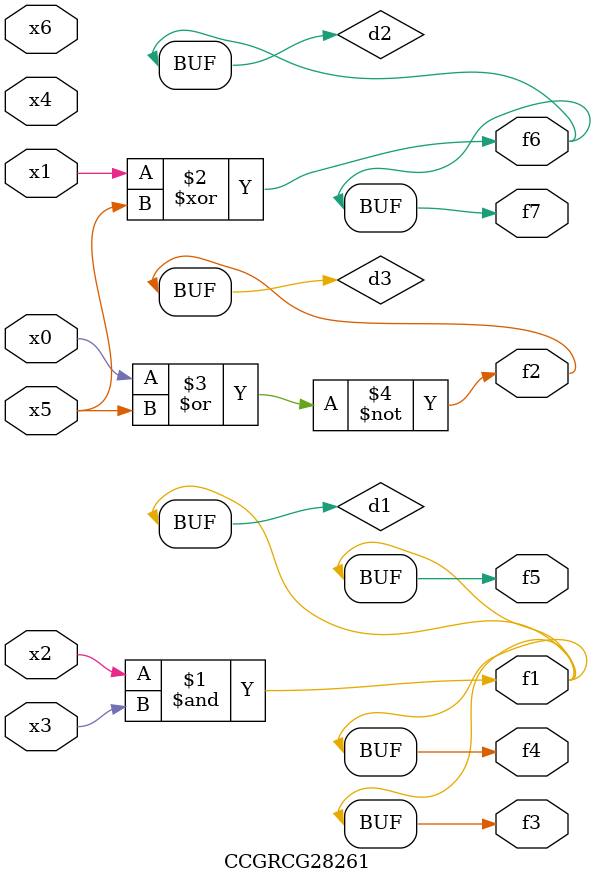
<source format=v>
module CCGRCG28261(
	input x0, x1, x2, x3, x4, x5, x6,
	output f1, f2, f3, f4, f5, f6, f7
);

	wire d1, d2, d3;

	and (d1, x2, x3);
	xor (d2, x1, x5);
	nor (d3, x0, x5);
	assign f1 = d1;
	assign f2 = d3;
	assign f3 = d1;
	assign f4 = d1;
	assign f5 = d1;
	assign f6 = d2;
	assign f7 = d2;
endmodule

</source>
